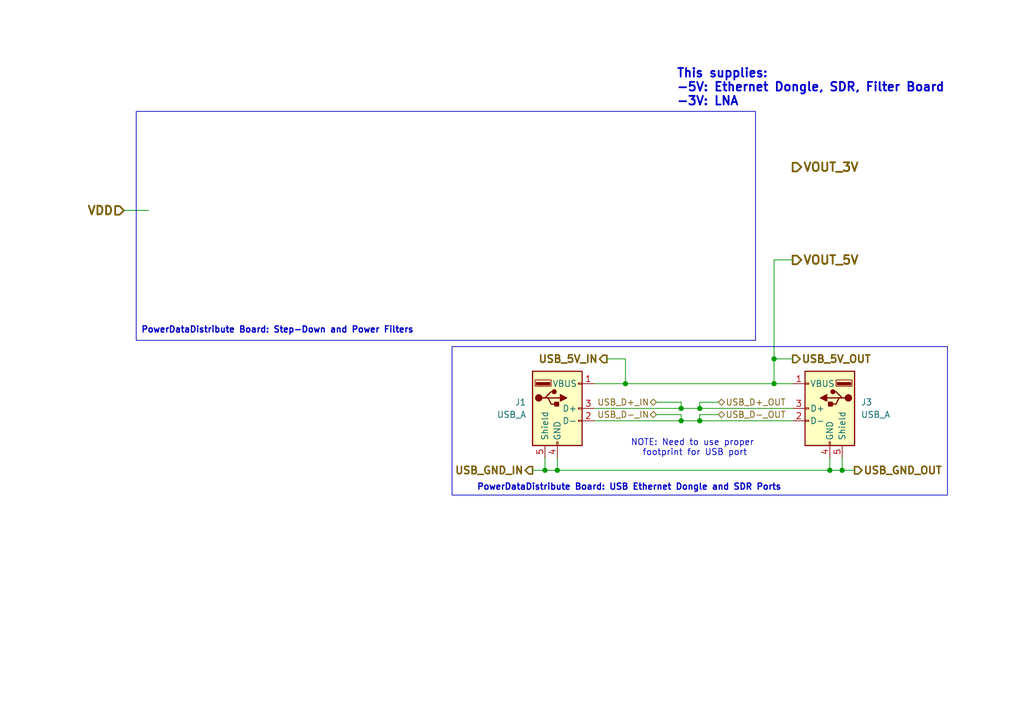
<source format=kicad_sch>
(kicad_sch (version 20231120) (generator "eeschema") (generator_version "8.0")
  (paper "A5")
  (title_block (title "PowerDataDistribute") (rev "Version 1.0"))
  (lib_symbols
    (symbol "Connector:USB_A" (pin_names (offset 1.016))
      (property "Reference" "J" (at -5.08 11.43 0))
      (property "Value" "USB_A" (at -5.08 8.89 0))
      (symbol "USB_A_0_1"
        (rectangle (start -5.08 -7.62) (end 5.08 7.62) (stroke (width 0.254)) (fill (type background)))
        (circle (center -3.81 2.159) (radius 0.635) (stroke (width 0.254)) (fill (type outline)))
        (rectangle (start -1.524 4.826) (end -4.318 5.334) (fill (type outline)))
        (rectangle (start -1.27 4.572) (end -4.572 5.842))
        (circle (center -0.635 3.429) (radius 0.381) (stroke (width 0.254)) (fill (type outline)))
        (rectangle (start -0.127 -7.62) (end 0.127 -6.858))
        (polyline (pts (xy -3.175 2.159) (xy -2.54 2.159) (xy -1.27 3.429) (xy -0.635 3.429)) (stroke (width 0.254)))
        (polyline (pts (xy -2.54 2.159) (xy -1.905 2.159) (xy -1.27 0.889) (xy 0 0.889)) (stroke (width 0.254)))
        (polyline (pts (xy 0.635 2.794) (xy 0.635 1.524) (xy 1.905 2.159) (xy 0.635 2.794)) (stroke (width 0.254)) (fill (type outline)))
        (rectangle (start 0.254 1.27) (end -0.508 0.508) (stroke (width 0.254)) (fill (type outline)))
        (rectangle (start 5.08 -2.667) (end 4.318 -2.413))
        (rectangle (start 5.08 -0.127) (end 4.318 0.127))
        (rectangle (start 5.08 4.953) (end 4.318 5.207))
      )
      (symbol "USB_A_1_1"
        (polyline (pts (xy -1.905 2.159) (xy 0.635 2.159)) (stroke (width 0.254)))
        (pin power_in line (at 7.62 5.08 180) (length 2.54) (name "VBUS") (number "1"))
        (pin bidirectional line (at 7.62 -2.54 180) (length 2.54) (name "D-") (number "2"))
        (pin bidirectional line (at 7.62 0 180) (length 2.54) (name "D+") (number "3"))
        (pin power_in line (at 0 -10.16 90) (length 2.54) (name "GND") (number "4"))
        (pin passive line (at -2.54 -10.16 90) (length 2.54) (name "Shield") (number "5"))
      )
    )
  )
  (junction (at 128.27 78.74))
  (junction (at 139.7 86.36))
  (junction (at 139.7 83.82))
  (junction (at 172.72 96.52))
  (junction (at 158.75 78.74))
  (junction (at 111.76 96.52))
  (junction (at 143.51 83.82))
  (junction (at 158.75 73.66))
  (junction (at 143.51 86.36))
  (junction (at 170.18 96.52))
  (junction (at 114.3 96.52))
  (wire (pts (xy 139.7 85.09) (xy 139.7 86.36)))
  (wire (pts (xy 143.51 83.82) (xy 162.56 83.82)))
  (wire (pts (xy 139.7 83.82) (xy 143.51 83.82)))
  (wire (pts (xy 143.51 85.09) (xy 143.51 86.36)))
  (wire (pts (xy 143.51 82.55) (xy 147.32 82.55)))
  (wire (pts (xy 114.3 93.98) (xy 114.3 96.52)))
  (wire (pts (xy 111.76 96.52) (xy 114.3 96.52)))
  (wire (pts (xy 143.51 85.09) (xy 147.32 85.09)))
  (wire (pts (xy 143.51 82.55) (xy 143.51 83.82)))
  (wire (pts (xy 134.62 82.55) (xy 139.7 82.55)))
  (wire (pts (xy 139.7 86.36) (xy 143.51 86.36)))
  (wire (pts (xy 158.75 73.66) (xy 162.56 73.66)))
  (wire (pts (xy 175.26 96.52) (xy 172.72 96.52)))
  (wire (pts (xy 170.18 93.98) (xy 170.18 96.52)))
  (wire (pts (xy 139.7 82.55) (xy 139.7 83.82)))
  (wire (pts (xy 134.62 85.09) (xy 139.7 85.09)))
  (wire (pts (xy 172.72 93.98) (xy 172.72 96.52)))
  (wire (pts (xy 128.27 73.66) (xy 128.27 78.74)))
  (wire (pts (xy 158.75 78.74) (xy 162.56 78.74)))
  (wire (pts (xy 143.51 86.36) (xy 162.56 86.36)))
  (wire (pts (xy 158.75 53.34) (xy 158.75 73.66)))
  (wire (pts (xy 124.46 73.66) (xy 128.27 73.66)))
  (wire (pts (xy 114.3 96.52) (xy 170.18 96.52)))
  (wire (pts (xy 121.92 86.36) (xy 139.7 86.36)))
  (wire (pts (xy 170.18 96.52) (xy 172.72 96.52)))
  (wire (pts (xy 128.27 78.74) (xy 158.75 78.74)))
  (wire (pts (xy 121.92 83.82) (xy 139.7 83.82)))
  (wire (pts (xy 109.22 96.52) (xy 111.76 96.52)))
  (wire (pts (xy 158.75 73.66) (xy 158.75 78.74)))
  (wire (pts (xy 162.56 53.34) (xy 158.75 53.34)))
  (wire (pts (xy 121.92 78.74) (xy 128.27 78.74)))
  (wire (pts (xy 111.76 96.52) (xy 111.76 93.98)))
  (wire (pts (xy 25.4 43.18) (xy 30.48 43.18)))
  (rectangle (start 92.71 71.12) (end 194.31 101.6))
  (rectangle (start 27.94 22.86) (end 154.94 69.85))
  (text "NOTE: Need to use proper \nfootprint for USB port" (at 142.494 91.948 0) (effects (font (size 1.27 1.27))))
  (text "PowerDataDistribute Board: USB Ethernet Dongle and SDR Ports" (at 129.032 100.076 0) (effects (font (size 1.27 1.27) (thickness 0.254) (bold yes))))
  (text "This supplies:\n-5V: Ethernet Dongle, SDR, Filter Board\n-3V: LNA" (at 138.684 18.034 0) (effects (font (size 1.778 1.778) (thickness 0.3556) (bold yes)) (justify left)))
  (text "PowerDataDistribute Board: Step-Down and Power Filters" (at 56.896 67.818 0) (effects (font (size 1.27 1.27) (thickness 0.254) (bold yes))))
  (hierarchical_label "VDD" (shape input) (at 25.4 43.18 180) (effects (font (size 1.778 1.778) (thickness 0.3556) (bold yes))))
  (hierarchical_label "USB_D-_IN" (shape bidirectional) (at 134.62 85.09 180))
  (hierarchical_label "USB_D-_OUT" (shape bidirectional) (at 147.32 85.09 0))
  (hierarchical_label "USB_D+_OUT" (shape bidirectional) (at 147.32 82.55 0))
  (hierarchical_label "USB_D+_IN" (shape bidirectional) (at 134.62 82.55 180))
  (hierarchical_label "USB_GND_OUT" (shape output) (at 175.26 96.52 0) (effects (font (size 1.524 1.524) (thickness 0.3048) (bold yes))))
  (hierarchical_label "USB_5V_IN" (shape output) (at 124.46 73.66 180) (effects (font (size 1.524 1.524) (thickness 0.3048) (bold yes))))
  (hierarchical_label "USB_5V_OUT" (shape output) (at 162.56 73.66 0) (effects (font (size 1.524 1.524) (thickness 0.3048) (bold yes))))
  (hierarchical_label "USB_GND_IN" (shape output) (at 109.22 96.52 180) (effects (font (size 1.524 1.524) (thickness 0.3048) (bold yes))))
  (hierarchical_label "VOUT_3V" (shape output) (at 162.56 34.29 0) (effects (font (size 1.778 1.778) (thickness 0.3556) (bold yes))))
  (hierarchical_label "VOUT_5V" (shape output) (at 162.56 53.34 0) (effects (font (size 1.778 1.778) (thickness 0.3556) (bold yes))))
  (symbol (lib_id "Connector:USB_A") (at 170.18 83.82 0) (mirror y) (unit 1)
    (property "Reference" "J3" (at 176.53 82.5499 0) (effects (justify right)))
    (property "Value" "USB_A" (at 176.53 85.0899 0) (effects (justify right)))
    (property "Description" "USB Type A connector" (effects (hide yes)))
  )
  (symbol (lib_id "Connector:USB_A") (at 114.3 83.82 0) (unit 1)
    (property "Reference" "J1" (at 107.95 82.5499 0) (effects (justify right)))
    (property "Value" "USB_A" (at 107.95 85.0899 0) (effects (justify right)))
    (property "Description" "USB Type A connector" (effects (hide yes)))
  )
)
</source>
